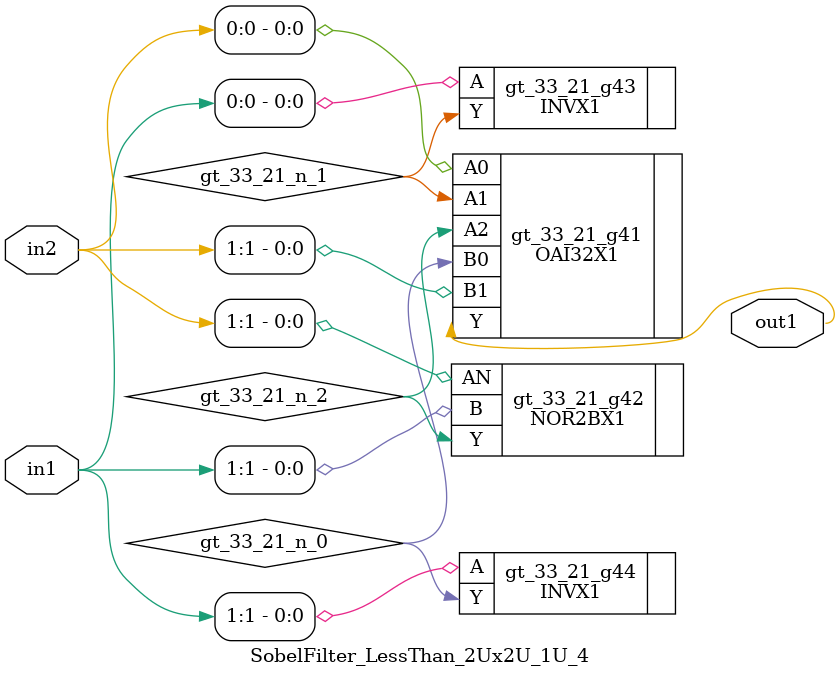
<source format=v>
`timescale 1ps / 1ps


module SobelFilter_LessThan_2Ux2U_1U_4(in2, in1, out1);
  input [1:0] in2, in1;
  output out1;
  wire [1:0] in2, in1;
  wire out1;
  wire gt_33_21_n_0, gt_33_21_n_1, gt_33_21_n_2;
  OAI32X1 gt_33_21_g41(.A0 (in2[0]), .A1 (gt_33_21_n_1), .A2
       (gt_33_21_n_2), .B0 (gt_33_21_n_0), .B1 (in2[1]), .Y (out1));
  NOR2BX1 gt_33_21_g42(.AN (in2[1]), .B (in1[1]), .Y (gt_33_21_n_2));
  INVX1 gt_33_21_g43(.A (in1[0]), .Y (gt_33_21_n_1));
  INVX1 gt_33_21_g44(.A (in1[1]), .Y (gt_33_21_n_0));
endmodule



</source>
